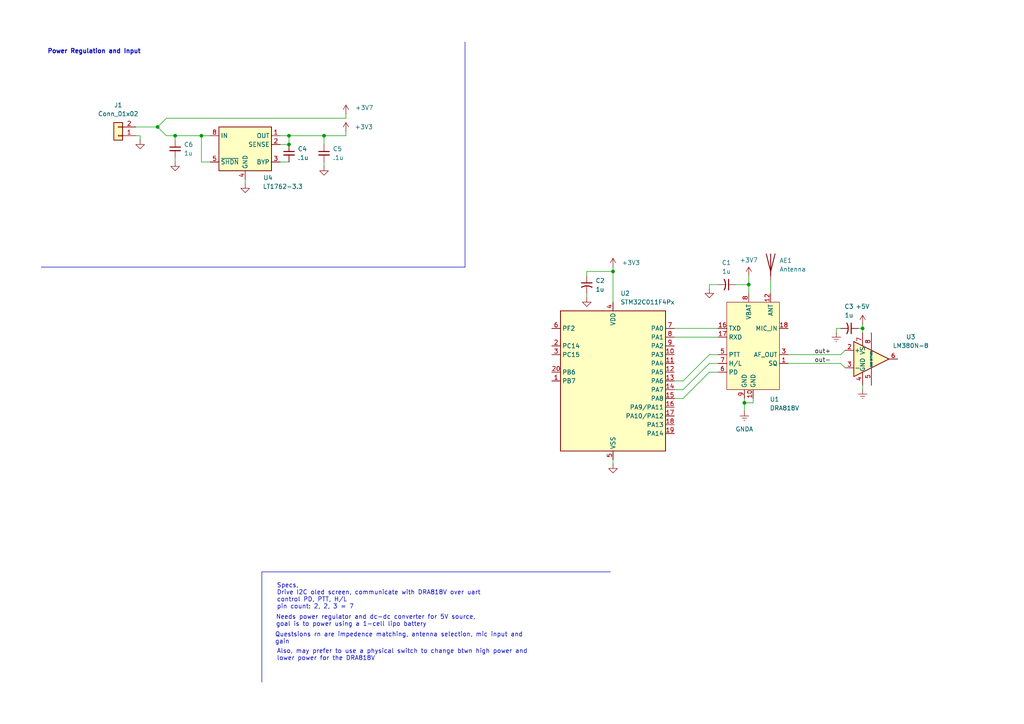
<source format=kicad_sch>
(kicad_sch (version 20250114) (generator "eeschema") (generator_version "9.0")
  (paper "A4")
  (title_block (title "dorji_radio") (date "2025-06-24") (rev "0") (company "just me") (comment 1 "drawn by daniel monahan"))
  (lib_symbols
    (symbol "Amplifier_Audio:LM380N-8" (pin_names (offset 0.127))
      (property "Reference" "U" (at 6.35 6.35 0))
      (property "Value" "LM380N-8" (at 6.35 3.81 0))
      (symbol "LM380N-8_0_1"
        (polyline (pts (xy -5.08 5.08) (xy 5.08 0) (xy -5.08 -5.08) (xy -5.08 5.08)) (stroke (width 0.254)) (fill (type background)))
      )
      (symbol "LM380N-8_1_1"
        (pin input line (at -7.62 2.54 0) (length 2.54) (name "+") (number "2"))
        (pin input line (at -7.62 -2.54 0) (length 2.54) (name "-") (number "3"))
        (pin power_in line (at -2.54 7.62 270) (length 3.81) (name "VS") (number "7"))
        (pin power_in line (at -2.54 -7.62 90) (length 3.81) (name "GND") (number "4"))
        (pin passive line (at 0 7.62 270) (length 5.08) (name "BYPASS") (number "8"))
        (pin no_connect line (at 0 2.54 270) (length 2.54) (hide yes) (name "NC") (number "1"))
        (pin power_in line (at 0 -7.62 90) (length 5.08) (name "GND") (number "5"))
        (pin output line (at 7.62 0 180) (length 2.54) (name "~") (number "6"))
      )
    )
    (symbol "Connector_Generic:Conn_01x02" (pin_names (offset 1.016) (hide yes))
      (property "Reference" "J" (at 0 2.54 0))
      (property "Value" "Conn_01x02" (at 0 -5.08 0))
      (symbol "Conn_01x02_1_1"
        (rectangle (start -1.27 1.27) (end 1.27 -3.81) (stroke (width 0.254)) (fill (type background)))
        (rectangle (start -1.27 0.127) (end 0 -0.127) (stroke (width 0.1524)))
        (rectangle (start -1.27 -2.413) (end 0 -2.667) (stroke (width 0.1524)))
        (pin passive line (at -5.08 0 0) (length 3.81) (name "Pin_1") (number "1"))
        (pin passive line (at -5.08 -2.54 0) (length 3.81) (name "Pin_2") (number "2"))
      )
    )
    (symbol "Device:Antenna" (pin_numbers (hide yes)) (pin_names (offset 1.016) (hide yes))
      (property "Reference" "AE" (at -1.905 1.905 0))
      (property "Value" "Antenna" (at -1.905 0 0))
      (symbol "Antenna_0_1"
        (polyline (pts (xy 0 2.54) (xy 0 -3.81)) (stroke (width 0.254)))
        (polyline (pts (xy 1.27 2.54) (xy 0 -2.54) (xy -1.27 2.54)) (stroke (width 0.254)))
      )
      (symbol "Antenna_1_1"
        (pin input line (at 0 -5.08 90) (length 2.54) (name "A") (number "1"))
      )
    )
    (symbol "Device:C_Small" (pin_numbers (hide yes)) (pin_names (offset 0.254) (hide yes))
      (property "Reference" "C" (at 0.254 1.778 0))
      (property "Value" "C_Small" (at 0.254 -2.032 0))
      (symbol "C_Small_0_1"
        (polyline (pts (xy -1.524 0.508) (xy 1.524 0.508)) (stroke (width 0.3048)))
        (polyline (pts (xy -1.524 -0.508) (xy 1.524 -0.508)) (stroke (width 0.3302)))
      )
      (symbol "C_Small_1_1"
        (pin passive line (at 0 2.54 270) (length 2.032) (name "~") (number "1"))
        (pin passive line (at 0 -2.54 90) (length 2.032) (name "~") (number "2"))
      )
    )
    (symbol "Device:C_Small_US" (pin_numbers (hide yes)) (pin_names (offset 0.254) (hide yes))
      (property "Reference" "C" (at 0.254 1.778 0))
      (property "Value" "C_Small_US" (at 0.254 -2.032 0))
      (symbol "C_Small_US_0_1"
        (polyline (pts (xy -1.524 0.508) (xy 1.524 0.508)) (stroke (width 0.3048)))
        (arc (start -1.524 -0.762) (mid 0 -0.3734) (end 1.524 -0.762) (stroke (width 0.3048)))
      )
      (symbol "C_Small_US_1_1"
        (pin passive line (at 0 2.54 270) (length 2.032) (name "~") (number "1"))
        (pin passive line (at 0 -2.54 90) (length 2.032) (name "~") (number "2"))
      )
    )
    (symbol "MCU_ST_STM32C0:STM32C011F4Px"
      (property "Reference" "U" (at -15.24 21.59 0))
      (property "Value" "STM32C011F4Px" (at 2.54 21.59 0))
      (symbol "STM32C011F4Px_0_1"
        (rectangle (start -15.24 -20.32) (end 15.24 20.32) (stroke (width 0.254)) (fill (type background)))
      )
      (symbol "STM32C011F4Px_1_1"
        (pin bidirectional line (at -17.78 15.24 0) (length 2.54) (name "PF2") (number "6"))
        (pin bidirectional line (at -17.78 10.16 0) (length 2.54) (name "PC14") (number "2"))
        (pin bidirectional line (at -17.78 7.62 0) (length 2.54) (name "PC15") (number "3"))
        (pin bidirectional line (at -17.78 2.54 0) (length 2.54) (name "PB6") (number "20"))
        (pin bidirectional line (at -17.78 0 0) (length 2.54) (name "PB7") (number "1"))
        (pin power_in line (at 0 22.86 270) (length 2.54) (name "VDD") (number "4"))
        (pin power_in line (at 0 -22.86 90) (length 2.54) (name "VSS") (number "5"))
        (pin bidirectional line (at 17.78 15.24 180) (length 2.54) (name "PA0") (number "7"))
        (pin bidirectional line (at 17.78 12.7 180) (length 2.54) (name "PA1") (number "8"))
        (pin bidirectional line (at 17.78 10.16 180) (length 2.54) (name "PA2") (number "9"))
        (pin bidirectional line (at 17.78 7.62 180) (length 2.54) (name "PA3") (number "10"))
        (pin bidirectional line (at 17.78 5.08 180) (length 2.54) (name "PA4") (number "11"))
        (pin bidirectional line (at 17.78 2.54 180) (length 2.54) (name "PA5") (number "12"))
        (pin bidirectional line (at 17.78 0 180) (length 2.54) (name "PA6") (number "13"))
        (pin bidirectional line (at 17.78 -2.54 180) (length 2.54) (name "PA7") (number "14"))
        (pin bidirectional line (at 17.78 -5.08 180) (length 2.54) (name "PA8") (number "15"))
        (pin bidirectional line (at 17.78 -7.62 180) (length 2.54) (name "PA9/PA11") (number "16"))
        (pin bidirectional line (at 17.78 -10.16 180) (length 2.54) (name "PA10/PA12") (number "17"))
        (pin bidirectional line (at 17.78 -12.7 180) (length 2.54) (name "PA13") (number "18"))
        (pin bidirectional line (at 17.78 -15.24 180) (length 2.54) (name "PA14") (number "19"))
      )
    )
    (symbol "Regulator_Linear:LT1762-3.3"
      (property "Reference" "U" (at -7.62 8.89 0))
      (property "Value" "LT1762-3.3" (at 1.27 -6.35 0))
      (symbol "LT1762-3.3_0_1"
        (rectangle (start -7.62 7.62) (end 7.62 -5.08) (stroke (width 0.254)) (fill (type background)))
      )
      (symbol "LT1762-3.3_1_1"
        (pin power_in line (at -10.16 5.08 0) (length 2.54) (name "IN") (number "8"))
        (pin input line (at -10.16 -2.54 0) (length 2.54) (name "~{SHDN}") (number "5"))
        (pin power_in line (at 0 -7.62 90) (length 2.54) (name "GND") (number "4"))
        (pin no_connect line (at 2.54 5.08 90) (length 2.54) (hide yes) (name "NC") (number "6"))
        (pin no_connect line (at 2.54 2.54 90) (length 2.54) (hide yes) (name "NC") (number "7"))
        (pin power_out line (at 10.16 5.08 180) (length 2.54) (name "OUT") (number "1"))
        (pin input line (at 10.16 2.54 180) (length 2.54) (name "SENSE") (number "2"))
        (pin passive line (at 10.16 -2.54 180) (length 2.54) (name "BYP") (number "3"))
      )
    )
    (symbol "dorji_radio_lib:DRA818V"
      (property "Reference" "U" (at 4.318 -15.24 0))
      (property "Value" "DRA818V" (at 7.874 -17.272 0))
      (symbol "DRA818V_1_1"
        (rectangle (start -7.62 12.7) (end 7.62 -12.7) (fill (type color) (color 255 255 194 1)))
        (pin passive line (at -10.16 5.08 0) (length 2.54) (name "TXD") (number "16"))
        (pin passive line (at -10.16 2.54 0) (length 2.54) (name "RXD") (number "17"))
        (pin passive line (at -10.16 -2.54 0) (length 2.54) (name "PTT") (number "5"))
        (pin passive line (at -10.16 -5.08 0) (length 2.54) (name "H/L") (number "7"))
        (pin passive line (at -10.16 -7.62 0) (length 2.54) (name "PD") (number "6"))
        (pin power_out line (at -2.54 -15.24 90) (length 2.54) (name "GND") (number "9"))
        (pin power_in line (at -1.27 15.24 270) (length 2.54) (name "VBAT") (number "8"))
        (pin power_out line (at 0 -15.24 90) (length 2.54) (name "GND") (number "10"))
        (pin input line (at 5.08 15.24 270) (length 2.54) (name "ANT") (number "12"))
        (pin passive line (at 10.16 5.08 180) (length 2.54) (name "MIC_IN") (number "18"))
        (pin passive line (at 10.16 -2.54 180) (length 2.54) (name "AF_OUT") (number "3"))
        (pin passive line (at 10.16 -5.08 180) (length 2.54) (name "SQ") (number "1"))
      )
    )
    (symbol "power:+5V" (power) (pin_numbers (hide yes)) (pin_names (offset 0) (hide yes))
      (property "Value" "+5V" (at 0 3.556 0))
      (symbol "+5V_0_1"
        (polyline (pts (xy -0.762 1.27) (xy 0 2.54)))
        (polyline (pts (xy 0 2.54) (xy 0.762 1.27)))
        (polyline (pts (xy 0 0) (xy 0 2.54)))
      )
      (symbol "+5V_1_1"
        (pin power_in line (at 0 0 90) (length 0) (name "~") (number "1"))
      )
    )
    (symbol "power:Earth" (power) (pin_numbers (hide yes)) (pin_names (offset 0) (hide yes))
      (property "Value" "Earth" (at 0 -3.81 0))
      (symbol "Earth_0_1"
        (polyline (pts (xy -0.635 -1.905) (xy 0.635 -1.905)))
        (polyline (pts (xy -0.127 -2.54) (xy 0.127 -2.54)))
        (polyline (pts (xy 0 -1.27) (xy 0 0)))
        (polyline (pts (xy 1.27 -1.27) (xy -1.27 -1.27)))
      )
      (symbol "Earth_1_1"
        (pin power_in line (at 0 0 270) (length 0) (name "~") (number "1"))
      )
    )
    (symbol "power:GND" (power) (pin_numbers (hide yes)) (pin_names (offset 0) (hide yes))
      (property "Value" "GND" (at 0 -3.81 0))
      (symbol "GND_0_1"
        (polyline (pts (xy 0 0) (xy 0 -1.27) (xy 1.27 -1.27) (xy 0 -2.54) (xy -1.27 -1.27) (xy 0 -1.27)))
      )
      (symbol "GND_1_1"
        (pin power_in line (at 0 0 270) (length 0) (name "~") (number "1"))
      )
    )
  )
  (text "Needs power regulator and dc-dc converter for 5V source, \ngoal is to power using a 1-cell lipo battery" (at 80.01 180.086 0) (effects (font (size 1.27 1.27)) (justify left)))
  (text "Power Regulation and Input" (at 13.716 14.986 0) (effects (font (size 1.27 1.27) (thickness 0.254) (bold yes)) (justify left)))
  (text "Specs,\nDrive I2C oled screen, communicate with DRA818V over uart\ncontrol PD, PTT, H/L\npin count: 2, 2, 3 = 7" (at 80.264 169.164 0) (effects (font (size 1.27 1.27)) (justify left top)))
  (text "Questsions rn are impedence matching, antenna selection, mic input and\ngain" (at 79.756 185.166 0) (effects (font (size 1.27 1.27)) (justify left)))
  (text "Also, may prefer to use a physical switch to change btwn high power and\nlower power for the DRA818V" (at 80.264 189.992 0) (effects (font (size 1.27 1.27)) (justify left)))
  (junction (at 83.82 41.91))
  (junction (at 250.19 95.25))
  (junction (at 177.8 78.74))
  (junction (at 215.9 116.84))
  (junction (at 83.82 39.37))
  (junction (at 93.98 39.37))
  (junction (at 217.17 82.55))
  (junction (at 50.8 39.37))
  (junction (at 58.42 39.37))
  (junction (at 45.72 36.83))
  (wire (pts (xy 93.98 39.37) (xy 100.33 39.37)))
  (wire (pts (xy 170.18 78.74) (xy 177.8 78.74)))
  (wire (pts (xy 243.84 105.41) (xy 245.11 106.68)))
  (wire (pts (xy 198.12 115.57) (xy 205.74 107.95)))
  (wire (pts (xy 228.6 105.41) (xy 243.84 105.41)))
  (wire (pts (xy 58.42 46.99) (xy 60.96 46.99)))
  (wire (pts (xy 40.64 39.37) (xy 40.64 40.64)))
  (wire (pts (xy 100.33 33.02) (xy 100.33 34.29)))
  (wire (pts (xy 83.82 39.37) (xy 93.98 39.37)))
  (wire (pts (xy 198.12 113.03) (xy 205.74 105.41)))
  (wire (pts (xy 48.26 39.37) (xy 50.8 39.37)))
  (wire (pts (xy 50.8 39.37) (xy 58.42 39.37)))
  (wire (pts (xy 242.57 95.25) (xy 243.84 95.25)))
  (wire (pts (xy 218.44 115.57) (xy 218.44 116.84)))
  (wire (pts (xy 250.19 93.98) (xy 250.19 95.25)))
  (wire (pts (xy 195.58 97.79) (xy 208.28 97.79)))
  (wire (pts (xy 215.9 116.84) (xy 218.44 116.84)))
  (wire (pts (xy 205.74 102.87) (xy 208.28 102.87)))
  (wire (pts (xy 39.37 39.37) (xy 40.64 39.37)))
  (wire (pts (xy 243.84 102.87) (xy 245.11 101.6)))
  (wire (pts (xy 215.9 115.57) (xy 215.9 116.84)))
  (wire (pts (xy 177.8 77.47) (xy 177.8 78.74)))
  (wire (pts (xy 58.42 39.37) (xy 58.42 46.99)))
  (wire (pts (xy 81.28 46.99) (xy 83.82 46.99)))
  (wire (pts (xy 81.28 39.37) (xy 83.82 39.37)))
  (wire (pts (xy 45.72 36.83) (xy 48.26 34.29)))
  (wire (pts (xy 58.42 39.37) (xy 60.96 39.37)))
  (wire (pts (xy 170.18 78.74) (xy 170.18 80.01)))
  (wire (pts (xy 248.92 95.25) (xy 250.19 95.25)))
  (wire (pts (xy 195.58 113.03) (xy 198.12 113.03)))
  (wire (pts (xy 250.19 95.25) (xy 250.19 96.52)))
  (wire (pts (xy 195.58 95.25) (xy 208.28 95.25)))
  (wire (pts (xy 50.8 39.37) (xy 50.8 40.64)))
  (wire (pts (xy 195.58 110.49) (xy 198.12 110.49)))
  (wire (pts (xy 71.12 52.07) (xy 71.12 53.34)))
  (wire (pts (xy 217.17 82.55) (xy 213.36 82.55)))
  (wire (pts (xy 217.17 80.01) (xy 217.17 82.55)))
  (polyline (pts (xy 11.938 77.47) (xy 12.7 77.47)))
  (wire (pts (xy 215.9 116.84) (xy 215.9 119.38)))
  (wire (pts (xy 198.12 110.49) (xy 205.74 102.87)))
  (polyline (pts (xy 75.946 197.866) (xy 75.946 165.862)))
  (wire (pts (xy 170.18 85.09) (xy 170.18 86.36)))
  (wire (pts (xy 177.8 78.74) (xy 177.8 87.63)))
  (polyline (pts (xy 177.038 165.862) (xy 75.946 165.862)))
  (wire (pts (xy 208.28 82.55) (xy 205.74 82.55)))
  (wire (pts (xy 217.17 82.55) (xy 217.17 85.09)))
  (wire (pts (xy 93.98 39.37) (xy 93.98 41.91)))
  (wire (pts (xy 100.33 38.1) (xy 100.33 39.37)))
  (wire (pts (xy 205.74 82.55) (xy 205.74 83.82)))
  (wire (pts (xy 205.74 105.41) (xy 208.28 105.41)))
  (wire (pts (xy 50.8 45.72) (xy 50.8 46.99)))
  (wire (pts (xy 250.19 111.76) (xy 250.19 113.03)))
  (wire (pts (xy 223.52 81.28) (xy 223.52 85.09)))
  (wire (pts (xy 93.98 46.99) (xy 93.98 48.26)))
  (wire (pts (xy 242.57 95.25) (xy 242.57 96.52)))
  (polyline (pts (xy 134.874 12.192) (xy 134.874 77.47)))
  (wire (pts (xy 205.74 107.95) (xy 208.28 107.95)))
  (wire (pts (xy 45.72 36.83) (xy 48.26 39.37)))
  (wire (pts (xy 83.82 39.37) (xy 83.82 41.91)))
  (wire (pts (xy 81.28 41.91) (xy 83.82 41.91)))
  (wire (pts (xy 177.8 133.35) (xy 177.8 134.62)))
  (wire (pts (xy 48.26 34.29) (xy 100.33 34.29)))
  (wire (pts (xy 195.58 115.57) (xy 198.12 115.57)))
  (polyline (pts (xy 12.7 77.47) (xy 134.874 77.47)))
  (wire (pts (xy 39.37 36.83) (xy 45.72 36.83)))
  (wire (pts (xy 228.6 102.87) (xy 243.84 102.87)))
  (label "out+" (at 236.22 102.87 0))
  (label "out-" (at 236.22 105.41 0))
  (symbol (lib_id "Device:C_Small_US") (at 170.18 82.55 0) (unit 1)
    (property "Reference" "C2" (at 172.72 81.4069 0) (effects (justify left)))
    (property "Value" "1u" (at 172.72 83.9469 0) (effects (justify left)))
    (property "Description" "capacitor, small US symbol" (effects (hide yes)))
  )
  (symbol (lib_id "Device:Antenna") (at 223.52 76.2 0) (unit 1)
    (property "Reference" "AE1" (at 226.06 75.5649 0) (effects (justify left)))
    (property "Value" "Antenna" (at 226.06 78.1049 0) (effects (justify left)))
    (property "Description" "Antenna" (effects (hide yes)))
  )
  (symbol (lib_id "Device:C_Small") (at 50.8 43.18 0) (unit 1)
    (property "Reference" "C6" (at 53.34 41.9162 0) (effects (justify left)))
    (property "Value" "1u" (at 53.34 44.4562 0) (effects (justify left)))
    (property "Description" "Unpolarized capacitor, small symbol" (effects (hide yes)))
  )
  (symbol (lib_id "power:+5V") (at 177.8 77.47 0) (unit 1)
    (property "Reference" "#PWR05" (effects (hide yes)))
    (property "Value" "+3V3" (at 180.34 76.1999 0) (effects (justify left)))
    (property "Description" "Power symbol creates a global label with name \"+5V\"" (effects (hide yes)))
  )
  (symbol (lib_id "MCU_ST_STM32C0:STM32C011F4Px") (at 177.8 110.49 0) (unit 1)
    (property "Reference" "U2" (at 179.9433 85.09 0) (effects (justify left)))
    (property "Value" "STM32C011F4Px" (at 179.9433 87.63 0) (effects (justify left)))
    (property "Footprint" "Package_SO:TSSOP-20_4.4x6.5mm_P0.65mm" (effects (hide yes)))
    (property "Datasheet" "https://www.st.com/resource/en/datasheet/stm32c011f4.pdf" (effects (hide yes)))
    (property "Description" "STMicroelectronics Arm Cortex-M0+ MCU, 16KB flash, 6KB RAM, 48 MHz, 2.0-3.6V, 18 GPIO, TSSOP20" (effects (hide yes)))
  )
  (symbol (lib_id "Amplifier_Audio:LM380N-8") (at 252.73 104.14 0) (unit 1)
    (property "Reference" "U3" (at 264.16 97.7198 0))
    (property "Value" "LM380N-8" (at 264.16 100.2598 0))
    (property "Footprint" "Package_DIP:DIP-8_W7.62mm" (effects (hide yes)))
    (property "Datasheet" "http://www.ti.com/lit/ds/symlink/lm380.pdf" (effects (hide yes)))
    (property "Description" "2.5W Audio Power Amplifier, PDIP-8" (effects (hide yes)))
  )
  (symbol (lib_id "power:GND") (at 50.8 46.99 0) (unit 1)
    (property "Reference" "#PWR012" (effects (hide yes)))
    (property "Value" "GND" (effects (hide yes)))
    (property "Description" "Power symbol creates a global label with name \"GND\" , ground" (effects (hide yes)))
  )
  (symbol (lib_id "Connector_Generic:Conn_01x02") (at 34.29 39.37 180) (unit 1)
    (property "Reference" "J1" (at 34.29 30.48 0))
    (property "Value" "Conn_01x02" (at 34.29 33.02 0))
    (property "Footprint" "Connector_JST:JST_EH_S2B-EH_1x02_P2.50mm_Horizontal" (effects (hide yes)))
    (property "Description" "Generic connector, single row, 01x02, script generated (kicad-library-utils/schlib/autogen/connector/)" (effects (hide yes)))
  )
  (symbol (lib_id "dorji_radio_lib:DRA818V") (at 218.44 100.33 0) (unit 1)
    (property "Reference" "U1" (at 223.266 115.824 0) (effects (justify left)))
    (property "Value" "DRA818V" (at 223.266 118.364 0) (effects (justify left)))
    (property "Datasheet" "kicad-embed://DRA818V.pdf" (effects (hide yes)))
    (property "Description" "VHF Band Voice Transciever Module" (effects (hide yes)))
  )
  (symbol (lib_id "power:GND") (at 40.64 40.64 0) (unit 1)
    (property "Reference" "#PWR013" (effects (hide yes)))
    (property "Value" "GND" (effects (hide yes)))
    (property "Description" "Power symbol creates a global label with name \"GND\" , ground" (effects (hide yes)))
  )
  (symbol (lib_id "power:GND") (at 205.74 83.82 0) (mirror y) (unit 1)
    (property "Reference" "#PWR02" (effects (hide yes)))
    (property "Value" "GND" (effects (hide yes)))
    (property "Description" "Power symbol creates a global label with name \"GND\" , ground" (effects (hide yes)))
  )
  (symbol (lib_id "power:Earth") (at 250.19 113.03 0) (unit 1)
    (property "Reference" "#PWR07" (effects (hide yes)))
    (property "Value" "GNDA" (effects (hide yes)))
    (property "Description" "Power symbol creates a global label with name \"Earth\"" (effects (hide yes)))
  )
  (symbol (lib_id "power:GND") (at 177.8 134.62 0) (unit 1)
    (property "Reference" "#PWR04" (effects (hide yes)))
    (property "Value" "GND" (effects (hide yes)))
    (property "Description" "Power symbol creates a global label with name \"GND\" , ground" (effects (hide yes)))
  )
  (symbol (lib_id "Device:C_Small_US") (at 246.38 95.25 270) (unit 1)
    (property "Reference" "C3" (at 246.253 88.9 90))
    (property "Value" "1u" (at 246.253 91.44 90))
    (property "Description" "capacitor, small US symbol" (effects (hide yes)))
  )
  (symbol (lib_id "Device:C_Small") (at 83.82 44.45 0) (unit 1)
    (property "Reference" "C4" (at 86.36 43.1862 0) (effects (justify left)))
    (property "Value" ".1u" (at 86.36 45.7262 0) (effects (justify left)))
    (property "Description" "Unpolarized capacitor, small symbol" (effects (hide yes)))
  )
  (symbol (lib_id "power:+5V") (at 217.17 80.01 0) (unit 1)
    (property "Reference" "#PWR01" (effects (hide yes)))
    (property "Value" "+3V7" (at 217.17 75.438 0))
    (property "Description" "Power symbol creates a global label with name \"+5V\"" (effects (hide yes)))
  )
  (symbol (lib_id "power:GND") (at 170.18 86.36 0) (unit 1)
    (property "Reference" "#PWR06" (effects (hide yes)))
    (property "Value" "GND" (effects (hide yes)))
    (property "Description" "Power symbol creates a global label with name \"GND\" , ground" (effects (hide yes)))
  )
  (symbol (lib_id "Device:C_Small_US") (at 210.82 82.55 270) (mirror x) (unit 1)
    (property "Reference" "C1" (at 210.693 76.2 90))
    (property "Value" "1u" (at 210.693 78.74 90))
    (property "Description" "capacitor, small US symbol" (effects (hide yes)))
  )
  (symbol (lib_id "Regulator_Linear:LT1762-3.3") (at 71.12 44.45 0) (unit 1)
    (property "Reference" "U4" (at 77.724 51.562 0))
    (property "Value" "LT1762-3.3" (at 82.042 54.102 0))
    (property "Footprint" "Package_SO:MSOP-8_3x3mm_P0.65mm" (effects (hide yes)))
    (property "Datasheet" "https://www.analog.com/media/en/technical-documentation/data-sheets/LT1762.pdf" (effects (hide yes)))
    (property "Description" "3.3V, 150mA, Low Noise, Micropower LDO Regulator, MSOP-8" (effects (hide yes)))
  )
  (symbol (lib_id "Device:C_Small") (at 93.98 44.45 0) (unit 1)
    (property "Reference" "C5" (at 96.52 43.1862 0) (effects (justify left)))
    (property "Value" ".1u" (at 96.52 45.7262 0) (effects (justify left)))
    (property "Description" "Unpolarized capacitor, small symbol" (effects (hide yes)))
  )
  (symbol (lib_id "power:+5V") (at 250.19 93.98 0) (unit 1)
    (property "Reference" "#PWR08" (effects (hide yes)))
    (property "Value" "+5V" (at 250.19 88.9 0))
    (property "Description" "Power symbol creates a global label with name \"+5V\"" (effects (hide yes)))
  )
  (symbol (lib_id "power:Earth") (at 215.9 119.38 0) (unit 1)
    (property "Reference" "#PWR03" (effects (hide yes)))
    (property "Value" "GNDA" (at 215.9 124.46 0))
    (property "Description" "Power symbol creates a global label with name \"Earth\"" (effects (hide yes)))
  )
  (symbol (lib_id "power:GND") (at 93.98 48.26 0) (unit 1)
    (property "Reference" "#PWR010" (effects (hide yes)))
    (property "Value" "GND" (effects (hide yes)))
    (property "Description" "Power symbol creates a global label with name \"GND\" , ground" (effects (hide yes)))
  )
  (symbol (lib_id "power:GND") (at 71.12 53.34 0) (unit 1)
    (property "Reference" "#PWR011" (effects (hide yes)))
    (property "Value" "GND" (effects (hide yes)))
    (property "Description" "Power symbol creates a global label with name \"GND\" , ground" (effects (hide yes)))
  )
  (symbol (lib_id "power:+5V") (at 100.33 38.1 0) (unit 1)
    (property "Reference" "#PWR014" (effects (hide yes)))
    (property "Value" "+3V3" (at 102.87 36.8299 0) (effects (justify left)))
    (property "Description" "Power symbol creates a global label with name \"+5V\"" (effects (hide yes)))
  )
  (symbol (lib_id "power:+5V") (at 100.33 33.02 0) (unit 1)
    (property "Reference" "#PWR015" (effects (hide yes)))
    (property "Value" "+3V7" (at 105.664 31.242 0))
    (property "Description" "Power symbol creates a global label with name \"+5V\"" (effects (hide yes)))
  )
  (symbol (lib_id "power:Earth") (at 242.57 96.52 0) (unit 1)
    (property "Reference" "#PWR09" (effects (hide yes)))
    (property "Value" "GNDA" (effects (hide yes)))
    (property "Description" "Power symbol creates a global label with name \"Earth\"" (effects (hide yes)))
  )
)
</source>
